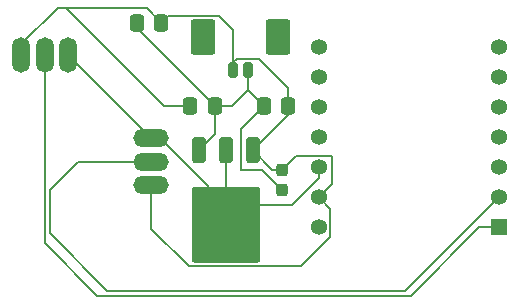
<source format=gtl>
%TF.GenerationSoftware,KiCad,Pcbnew,8.0.2-1*%
%TF.CreationDate,2024-05-23T15:55:47-04:00*%
%TF.ProjectId,humep1,68756d65-7031-42e6-9b69-6361645f7063,rev?*%
%TF.SameCoordinates,Original*%
%TF.FileFunction,Copper,L1,Top*%
%TF.FilePolarity,Positive*%
%FSLAX46Y46*%
G04 Gerber Fmt 4.6, Leading zero omitted, Abs format (unit mm)*
G04 Created by KiCad (PCBNEW 8.0.2-1) date 2024-05-23 15:55:47*
%MOMM*%
%LPD*%
G01*
G04 APERTURE LIST*
G04 Aperture macros list*
%AMRoundRect*
0 Rectangle with rounded corners*
0 $1 Rounding radius*
0 $2 $3 $4 $5 $6 $7 $8 $9 X,Y pos of 4 corners*
0 Add a 4 corners polygon primitive as box body*
4,1,4,$2,$3,$4,$5,$6,$7,$8,$9,$2,$3,0*
0 Add four circle primitives for the rounded corners*
1,1,$1+$1,$2,$3*
1,1,$1+$1,$4,$5*
1,1,$1+$1,$6,$7*
1,1,$1+$1,$8,$9*
0 Add four rect primitives between the rounded corners*
20,1,$1+$1,$2,$3,$4,$5,0*
20,1,$1+$1,$4,$5,$6,$7,0*
20,1,$1+$1,$6,$7,$8,$9,0*
20,1,$1+$1,$8,$9,$2,$3,0*%
G04 Aperture macros list end*
%TA.AperFunction,SMDPad,CuDef*%
%ADD10RoundRect,0.250000X-0.337500X-0.475000X0.337500X-0.475000X0.337500X0.475000X-0.337500X0.475000X0*%
%TD*%
%TA.AperFunction,SMDPad,CuDef*%
%ADD11RoundRect,0.250000X-0.350000X0.850000X-0.350000X-0.850000X0.350000X-0.850000X0.350000X0.850000X0*%
%TD*%
%TA.AperFunction,SMDPad,CuDef*%
%ADD12RoundRect,0.250000X-1.125000X1.275000X-1.125000X-1.275000X1.125000X-1.275000X1.125000X1.275000X0*%
%TD*%
%TA.AperFunction,SMDPad,CuDef*%
%ADD13RoundRect,0.249997X-2.650003X2.950003X-2.650003X-2.950003X2.650003X-2.950003X2.650003X2.950003X0*%
%TD*%
%TA.AperFunction,SMDPad,CuDef*%
%ADD14RoundRect,0.200000X0.200000X0.450000X-0.200000X0.450000X-0.200000X-0.450000X0.200000X-0.450000X0*%
%TD*%
%TA.AperFunction,SMDPad,CuDef*%
%ADD15RoundRect,0.250001X0.799999X1.249999X-0.799999X1.249999X-0.799999X-1.249999X0.799999X-1.249999X0*%
%TD*%
%TA.AperFunction,SMDPad,CuDef*%
%ADD16RoundRect,0.250000X0.337500X0.475000X-0.337500X0.475000X-0.337500X-0.475000X0.337500X-0.475000X0*%
%TD*%
%TA.AperFunction,SMDPad,CuDef*%
%ADD17RoundRect,0.237500X0.237500X-0.300000X0.237500X0.300000X-0.237500X0.300000X-0.237500X-0.300000X0*%
%TD*%
%TA.AperFunction,ComponentPad*%
%ADD18R,1.358000X1.358000*%
%TD*%
%TA.AperFunction,ComponentPad*%
%ADD19C,1.358000*%
%TD*%
%TA.AperFunction,ComponentPad*%
%ADD20O,1.500000X3.000000*%
%TD*%
%TA.AperFunction,ComponentPad*%
%ADD21O,3.000000X1.500000*%
%TD*%
%TA.AperFunction,Conductor*%
%ADD22C,0.200000*%
%TD*%
G04 APERTURE END LIST*
D10*
%TO.P,1uF,1*%
%TO.N,/PWR*%
X54462500Y-54250000D03*
%TO.P,1uF,2*%
%TO.N,GND*%
X56537500Y-54250000D03*
%TD*%
D11*
%TO.P,U1,1,GND*%
%TO.N,GND*%
X64280000Y-65050000D03*
%TO.P,U1,2,VO*%
%TO.N,/3.3V*%
X62000000Y-65050000D03*
D12*
X63525000Y-69675000D03*
X60475000Y-69675000D03*
D13*
X62000000Y-71350000D03*
D12*
X63525000Y-73025000D03*
X60475000Y-73025000D03*
D11*
%TO.P,U1,3,VI*%
%TO.N,/PWR*%
X59720000Y-65050000D03*
%TD*%
D14*
%TO.P,BATTERY,1,+*%
%TO.N,/PWR*%
X63875000Y-58250000D03*
%TO.P,BATTERY,2,-*%
%TO.N,GND*%
X62625000Y-58250000D03*
D15*
%TO.P,BATTERY,MP*%
%TO.N,N/C*%
X66425000Y-55500000D03*
X60075000Y-55500000D03*
%TD*%
D16*
%TO.P,10uF,1*%
%TO.N,/PWR*%
X61075000Y-61300000D03*
%TO.P,10uF,2*%
%TO.N,GND*%
X59000000Y-61300000D03*
%TD*%
D17*
%TO.P,0.1uF,1*%
%TO.N,/PWR*%
X66750000Y-68412500D03*
%TO.P,0.1uF,2*%
%TO.N,GND*%
X66750000Y-66687500D03*
%TD*%
D18*
%TO.P,ESP32-C3,1,D0*%
%TO.N,/X*%
X85102500Y-71551500D03*
D19*
%TO.P,ESP32-C3,2,D1*%
%TO.N,/Y*%
X85102500Y-69011500D03*
%TO.P,ESP32-C3,3,D2*%
%TO.N,unconnected-(U2-D2-Pad3)*%
X85102500Y-66471500D03*
%TO.P,ESP32-C3,4,D3*%
%TO.N,unconnected-(U2-D3-Pad4)*%
X85102500Y-63931500D03*
%TO.P,ESP32-C3,5,D4*%
%TO.N,unconnected-(U2-D4-Pad5)*%
X85102500Y-61391500D03*
%TO.P,ESP32-C3,6,D5*%
%TO.N,unconnected-(U2-D5-Pad6)*%
X85102500Y-58851500D03*
%TO.P,ESP32-C3,7,TX_D6*%
%TO.N,unconnected-(U2-TX_D6-Pad7)*%
X85102500Y-56311500D03*
%TO.P,ESP32-C3,8,RX_D7*%
%TO.N,unconnected-(U2-RX_D7-Pad8)*%
X69862500Y-56311500D03*
%TO.P,ESP32-C3,9,D8*%
%TO.N,unconnected-(U2-D8-Pad9)*%
X69862500Y-58851500D03*
%TO.P,ESP32-C3,10,D9*%
%TO.N,unconnected-(U2-D9-Pad10)*%
X69862500Y-61391500D03*
%TO.P,ESP32-C3,11,D10*%
%TO.N,unconnected-(U2-D10-Pad11)*%
X69862500Y-63931500D03*
%TO.P,ESP32-C3,12,VCC_3V3*%
%TO.N,/3.3V*%
X69862500Y-66471500D03*
%TO.P,ESP32-C3,13,GND*%
%TO.N,GND*%
X69862500Y-69011500D03*
%TO.P,ESP32-C3,14,VUSB*%
%TO.N,unconnected-(U2-VUSB-Pad14)*%
X69862500Y-71551500D03*
%TD*%
D20*
%TO.P,JOYSTICK (2765),X*%
%TO.N,/X*%
X46675000Y-57000000D03*
%TO.P,JOYSTICK (2765),X+*%
%TO.N,/3.3V*%
X48675000Y-57000000D03*
%TO.P,JOYSTICK (2765),X-*%
%TO.N,GND*%
X44675000Y-57000000D03*
D21*
%TO.P,JOYSTICK (2765),Y*%
%TO.N,/Y*%
X55675000Y-66000000D03*
%TO.P,JOYSTICK (2765),Y+*%
%TO.N,/3.3V*%
X55675000Y-64000000D03*
%TO.P,JOYSTICK (2765),Y-*%
%TO.N,GND*%
X55675000Y-68000000D03*
%TD*%
D10*
%TO.P,10uF,1*%
%TO.N,/PWR*%
X65212500Y-61300000D03*
%TO.P,10uF,2*%
%TO.N,GND*%
X67287500Y-61300000D03*
%TD*%
D22*
%TO.N,/PWR*%
X63875000Y-59962500D02*
X65212500Y-61300000D01*
X63250000Y-66750000D02*
X65087500Y-66750000D01*
X61075000Y-61300000D02*
X61075000Y-63695000D01*
X54462500Y-54687500D02*
X61075000Y-61300000D01*
X65087500Y-66750000D02*
X66750000Y-68412500D01*
X63250000Y-63262500D02*
X63250000Y-66750000D01*
X62537500Y-61300000D02*
X61075000Y-61300000D01*
X54462500Y-54250000D02*
X54462500Y-54687500D01*
X65212500Y-61300000D02*
X63250000Y-63262500D01*
X59250000Y-64250000D02*
X59970000Y-64250000D01*
X63875000Y-59962500D02*
X62537500Y-61300000D01*
X61075000Y-63695000D02*
X59720000Y-65050000D01*
X63875000Y-58250000D02*
X63875000Y-59962500D01*
%TO.N,GND*%
X71000000Y-67874000D02*
X69862500Y-69011500D01*
X70992500Y-65492500D02*
X71000000Y-65500000D01*
X58850000Y-74850000D02*
X68400000Y-74850000D01*
X55675000Y-71675000D02*
X58850000Y-74850000D01*
X71000000Y-65500000D02*
X71000000Y-67874000D01*
X55675000Y-68000000D02*
X55675000Y-71675000D01*
X65917500Y-66687500D02*
X66750000Y-66687500D01*
X58750000Y-61550000D02*
X59000000Y-61300000D01*
X62925000Y-57300000D02*
X64800000Y-57300000D01*
X64800000Y-57300000D02*
X67287500Y-59787500D01*
X67945000Y-65492500D02*
X70992500Y-65492500D01*
X59000000Y-61300000D02*
X56800000Y-61300000D01*
X48500000Y-53000000D02*
X55287500Y-53000000D01*
X70841500Y-69990500D02*
X69862500Y-69011500D01*
X67287500Y-59787500D02*
X67287500Y-61300000D01*
X67287500Y-61300000D02*
X67287500Y-62042500D01*
X62625000Y-58250000D02*
X62625000Y-57600000D01*
X56800000Y-61300000D02*
X48500000Y-53000000D01*
X66750000Y-66687500D02*
X67945000Y-65492500D01*
X67287500Y-62042500D02*
X64280000Y-65050000D01*
X68400000Y-74850000D02*
X70841500Y-72408500D01*
X55675000Y-68000000D02*
X56425000Y-68000000D01*
X44675000Y-57000000D02*
X44675000Y-56075000D01*
X57087500Y-53700000D02*
X61450000Y-53700000D01*
X64280000Y-65050000D02*
X65917500Y-66687500D01*
X62625000Y-57600000D02*
X62925000Y-57300000D01*
X47750000Y-53000000D02*
X48500000Y-53000000D01*
X70841500Y-72408500D02*
X70841500Y-69990500D01*
X44675000Y-56075000D02*
X47750000Y-53000000D01*
X64280000Y-65050000D02*
X64280000Y-65942500D01*
X61450000Y-53700000D02*
X62625000Y-54875000D01*
X62625000Y-54875000D02*
X62625000Y-58250000D01*
X55287500Y-53000000D02*
X56537500Y-54250000D01*
X56537500Y-54250000D02*
X57087500Y-53700000D01*
%TO.N,/3.3V*%
X48675000Y-57000000D02*
X55675000Y-64000000D01*
X55675000Y-64000000D02*
X54925000Y-64000000D01*
X56425000Y-64000000D02*
X60475000Y-68050000D01*
X60475000Y-68050000D02*
X60475000Y-69675000D01*
X55675000Y-64000000D02*
X56425000Y-64000000D01*
X69862500Y-66471500D02*
X69862500Y-67431751D01*
X69862500Y-67431751D02*
X67619251Y-69675000D01*
X62000000Y-65050000D02*
X62000000Y-68150000D01*
X67619251Y-69675000D02*
X63525000Y-69675000D01*
X62000000Y-68150000D02*
X63525000Y-69675000D01*
X62000000Y-68150000D02*
X60475000Y-69675000D01*
%TO.N,/Y*%
X47075000Y-68425000D02*
X47075000Y-72075000D01*
X55675000Y-66000000D02*
X56125000Y-66450000D01*
X77164000Y-76950000D02*
X85102500Y-69011500D01*
X55675000Y-66000000D02*
X49500000Y-66000000D01*
X49500000Y-66000000D02*
X47075000Y-68425000D01*
X47075000Y-72075000D02*
X51950000Y-76950000D01*
X51950000Y-76950000D02*
X77164000Y-76950000D01*
%TO.N,/X*%
X51100000Y-77350000D02*
X77650000Y-77350000D01*
X77650000Y-77350000D02*
X83448500Y-71551500D01*
X46675000Y-72925000D02*
X51100000Y-77350000D01*
X46675000Y-57000000D02*
X46675000Y-72925000D01*
X83448500Y-71551500D02*
X85102500Y-71551500D01*
%TD*%
M02*

</source>
